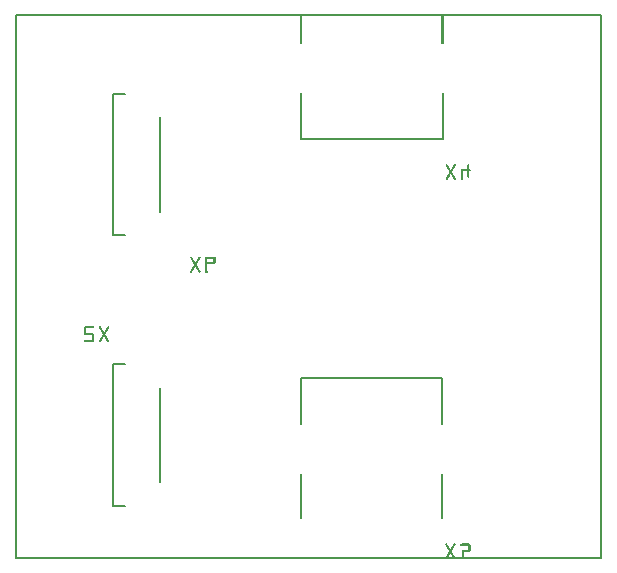
<source format=gbo>
G04 MADE WITH FRITZING*
G04 WWW.FRITZING.ORG*
G04 DOUBLE SIDED*
G04 HOLES PLATED*
G04 CONTOUR ON CENTER OF CONTOUR VECTOR*
%ASAXBY*%
%FSLAX23Y23*%
%MOIN*%
%OFA0B0*%
%SFA1.0B1.0*%
%ADD10R,1.958040X1.817050X1.942040X1.801050*%
%ADD11C,0.008000*%
%ADD12R,0.001000X0.001000*%
%LNSILK0*%
G90*
G70*
G54D11*
X4Y1813D02*
X1954Y1813D01*
X1954Y4D01*
X4Y4D01*
X4Y1813D01*
D02*
X1427Y1553D02*
X1427Y1400D01*
D02*
X1427Y1400D02*
X955Y1400D01*
D02*
X955Y1400D02*
X955Y1553D01*
D02*
X1426Y135D02*
X1426Y284D01*
D02*
X953Y135D02*
X953Y284D01*
D02*
X953Y450D02*
X953Y603D01*
D02*
X953Y603D02*
X1426Y603D01*
D02*
X1426Y603D02*
X1426Y450D01*
D02*
X328Y177D02*
X328Y650D01*
D02*
X328Y177D02*
X367Y177D01*
D02*
X328Y650D02*
X367Y650D01*
D02*
X485Y571D02*
X485Y256D01*
D02*
X328Y1079D02*
X328Y1551D01*
D02*
X328Y1079D02*
X367Y1079D01*
D02*
X328Y1551D02*
X367Y1551D01*
D02*
X485Y1472D02*
X485Y1157D01*
G54D12*
X951Y1817D02*
X958Y1817D01*
X1423Y1817D02*
X1430Y1817D01*
X951Y1816D02*
X958Y1816D01*
X1423Y1816D02*
X1430Y1816D01*
X951Y1815D02*
X958Y1815D01*
X1423Y1815D02*
X1430Y1815D01*
X951Y1814D02*
X958Y1814D01*
X1423Y1814D02*
X1430Y1814D01*
X951Y1813D02*
X958Y1813D01*
X1423Y1813D02*
X1430Y1813D01*
X951Y1812D02*
X958Y1812D01*
X1423Y1812D02*
X1430Y1812D01*
X951Y1811D02*
X958Y1811D01*
X1423Y1811D02*
X1430Y1811D01*
X951Y1810D02*
X958Y1810D01*
X1423Y1810D02*
X1430Y1810D01*
X951Y1809D02*
X958Y1809D01*
X1423Y1809D02*
X1430Y1809D01*
X951Y1808D02*
X958Y1808D01*
X1423Y1808D02*
X1430Y1808D01*
X951Y1807D02*
X958Y1807D01*
X1423Y1807D02*
X1430Y1807D01*
X951Y1806D02*
X958Y1806D01*
X1423Y1806D02*
X1430Y1806D01*
X951Y1805D02*
X958Y1805D01*
X1423Y1805D02*
X1430Y1805D01*
X951Y1804D02*
X958Y1804D01*
X1423Y1804D02*
X1430Y1804D01*
X951Y1803D02*
X958Y1803D01*
X1423Y1803D02*
X1430Y1803D01*
X951Y1802D02*
X958Y1802D01*
X1423Y1802D02*
X1430Y1802D01*
X951Y1801D02*
X958Y1801D01*
X1423Y1801D02*
X1430Y1801D01*
X951Y1800D02*
X958Y1800D01*
X1423Y1800D02*
X1430Y1800D01*
X951Y1799D02*
X958Y1799D01*
X1423Y1799D02*
X1430Y1799D01*
X951Y1798D02*
X958Y1798D01*
X1423Y1798D02*
X1430Y1798D01*
X951Y1797D02*
X958Y1797D01*
X1423Y1797D02*
X1430Y1797D01*
X951Y1796D02*
X958Y1796D01*
X1423Y1796D02*
X1430Y1796D01*
X951Y1795D02*
X958Y1795D01*
X1423Y1795D02*
X1430Y1795D01*
X951Y1794D02*
X958Y1794D01*
X1423Y1794D02*
X1430Y1794D01*
X951Y1793D02*
X958Y1793D01*
X1423Y1793D02*
X1430Y1793D01*
X951Y1792D02*
X958Y1792D01*
X1423Y1792D02*
X1430Y1792D01*
X951Y1791D02*
X958Y1791D01*
X1423Y1791D02*
X1430Y1791D01*
X951Y1790D02*
X958Y1790D01*
X1423Y1790D02*
X1430Y1790D01*
X951Y1789D02*
X958Y1789D01*
X1423Y1789D02*
X1430Y1789D01*
X951Y1788D02*
X958Y1788D01*
X1423Y1788D02*
X1430Y1788D01*
X951Y1787D02*
X958Y1787D01*
X1423Y1787D02*
X1430Y1787D01*
X951Y1786D02*
X958Y1786D01*
X1423Y1786D02*
X1430Y1786D01*
X951Y1785D02*
X958Y1785D01*
X1423Y1785D02*
X1430Y1785D01*
X951Y1784D02*
X958Y1784D01*
X1423Y1784D02*
X1430Y1784D01*
X951Y1783D02*
X958Y1783D01*
X1423Y1783D02*
X1430Y1783D01*
X951Y1782D02*
X958Y1782D01*
X1423Y1782D02*
X1430Y1782D01*
X951Y1781D02*
X958Y1781D01*
X1423Y1781D02*
X1430Y1781D01*
X951Y1780D02*
X958Y1780D01*
X1423Y1780D02*
X1430Y1780D01*
X951Y1779D02*
X958Y1779D01*
X1423Y1779D02*
X1430Y1779D01*
X951Y1778D02*
X958Y1778D01*
X1423Y1778D02*
X1430Y1778D01*
X951Y1777D02*
X958Y1777D01*
X1423Y1777D02*
X1430Y1777D01*
X951Y1776D02*
X958Y1776D01*
X1423Y1776D02*
X1430Y1776D01*
X951Y1775D02*
X958Y1775D01*
X1423Y1775D02*
X1430Y1775D01*
X951Y1774D02*
X958Y1774D01*
X1423Y1774D02*
X1430Y1774D01*
X951Y1773D02*
X958Y1773D01*
X1423Y1773D02*
X1430Y1773D01*
X951Y1772D02*
X958Y1772D01*
X1423Y1772D02*
X1430Y1772D01*
X951Y1771D02*
X958Y1771D01*
X1423Y1771D02*
X1430Y1771D01*
X951Y1770D02*
X958Y1770D01*
X1423Y1770D02*
X1430Y1770D01*
X951Y1769D02*
X958Y1769D01*
X1423Y1769D02*
X1430Y1769D01*
X951Y1768D02*
X958Y1768D01*
X1423Y1768D02*
X1430Y1768D01*
X951Y1767D02*
X958Y1767D01*
X1423Y1767D02*
X1430Y1767D01*
X951Y1766D02*
X958Y1766D01*
X1423Y1766D02*
X1430Y1766D01*
X951Y1765D02*
X958Y1765D01*
X1423Y1765D02*
X1430Y1765D01*
X951Y1764D02*
X958Y1764D01*
X1423Y1764D02*
X1430Y1764D01*
X951Y1763D02*
X958Y1763D01*
X1423Y1763D02*
X1430Y1763D01*
X951Y1762D02*
X958Y1762D01*
X1423Y1762D02*
X1430Y1762D01*
X951Y1761D02*
X958Y1761D01*
X1423Y1761D02*
X1430Y1761D01*
X951Y1760D02*
X958Y1760D01*
X1423Y1760D02*
X1430Y1760D01*
X951Y1759D02*
X958Y1759D01*
X1423Y1759D02*
X1430Y1759D01*
X951Y1758D02*
X958Y1758D01*
X1423Y1758D02*
X1430Y1758D01*
X951Y1757D02*
X958Y1757D01*
X1423Y1757D02*
X1430Y1757D01*
X951Y1756D02*
X958Y1756D01*
X1423Y1756D02*
X1430Y1756D01*
X951Y1755D02*
X958Y1755D01*
X1423Y1755D02*
X1430Y1755D01*
X951Y1754D02*
X958Y1754D01*
X1423Y1754D02*
X1430Y1754D01*
X951Y1753D02*
X958Y1753D01*
X1423Y1753D02*
X1430Y1753D01*
X951Y1752D02*
X958Y1752D01*
X1423Y1752D02*
X1430Y1752D01*
X951Y1751D02*
X958Y1751D01*
X1423Y1751D02*
X1430Y1751D01*
X951Y1750D02*
X958Y1750D01*
X1423Y1750D02*
X1430Y1750D01*
X951Y1749D02*
X958Y1749D01*
X1423Y1749D02*
X1430Y1749D01*
X951Y1748D02*
X958Y1748D01*
X1423Y1748D02*
X1430Y1748D01*
X951Y1747D02*
X958Y1747D01*
X1423Y1747D02*
X1430Y1747D01*
X951Y1746D02*
X958Y1746D01*
X1423Y1746D02*
X1430Y1746D01*
X951Y1745D02*
X958Y1745D01*
X1423Y1745D02*
X1430Y1745D01*
X951Y1744D02*
X958Y1744D01*
X1423Y1744D02*
X1430Y1744D01*
X951Y1743D02*
X958Y1743D01*
X1423Y1743D02*
X1430Y1743D01*
X951Y1742D02*
X958Y1742D01*
X1423Y1742D02*
X1430Y1742D01*
X951Y1741D02*
X958Y1741D01*
X1423Y1741D02*
X1430Y1741D01*
X951Y1740D02*
X958Y1740D01*
X1423Y1740D02*
X1430Y1740D01*
X951Y1739D02*
X958Y1739D01*
X1423Y1739D02*
X1430Y1739D01*
X951Y1738D02*
X958Y1738D01*
X1423Y1738D02*
X1430Y1738D01*
X951Y1737D02*
X958Y1737D01*
X1423Y1737D02*
X1430Y1737D01*
X951Y1736D02*
X958Y1736D01*
X1423Y1736D02*
X1430Y1736D01*
X951Y1735D02*
X958Y1735D01*
X1423Y1735D02*
X1430Y1735D01*
X951Y1734D02*
X958Y1734D01*
X1423Y1734D02*
X1430Y1734D01*
X951Y1733D02*
X958Y1733D01*
X1423Y1733D02*
X1430Y1733D01*
X951Y1732D02*
X958Y1732D01*
X1423Y1732D02*
X1430Y1732D01*
X951Y1731D02*
X958Y1731D01*
X1423Y1731D02*
X1430Y1731D01*
X951Y1730D02*
X958Y1730D01*
X1423Y1730D02*
X1430Y1730D01*
X951Y1729D02*
X958Y1729D01*
X1423Y1729D02*
X1430Y1729D01*
X951Y1728D02*
X958Y1728D01*
X1423Y1728D02*
X1430Y1728D01*
X951Y1727D02*
X958Y1727D01*
X1423Y1727D02*
X1430Y1727D01*
X951Y1726D02*
X958Y1726D01*
X1423Y1726D02*
X1430Y1726D01*
X951Y1725D02*
X958Y1725D01*
X1423Y1725D02*
X1430Y1725D01*
X951Y1724D02*
X958Y1724D01*
X1423Y1724D02*
X1430Y1724D01*
X951Y1723D02*
X958Y1723D01*
X1423Y1723D02*
X1430Y1723D01*
X951Y1722D02*
X958Y1722D01*
X1423Y1722D02*
X1430Y1722D01*
X951Y1721D02*
X958Y1721D01*
X1423Y1721D02*
X1430Y1721D01*
X951Y1720D02*
X958Y1720D01*
X1423Y1720D02*
X1430Y1720D01*
X951Y1719D02*
X958Y1719D01*
X1423Y1719D02*
X1430Y1719D01*
X951Y1718D02*
X958Y1718D01*
X1423Y1718D02*
X1430Y1718D01*
X951Y1717D02*
X957Y1717D01*
X1424Y1717D02*
X1430Y1717D01*
X952Y1716D02*
X956Y1716D01*
X1424Y1716D02*
X1429Y1716D01*
X954Y1715D02*
X954Y1715D01*
X1427Y1715D02*
X1427Y1715D01*
X1439Y1316D02*
X1441Y1316D01*
X1466Y1316D02*
X1469Y1316D01*
X1511Y1316D02*
X1514Y1316D01*
X1438Y1315D02*
X1442Y1315D01*
X1465Y1315D02*
X1470Y1315D01*
X1510Y1315D02*
X1515Y1315D01*
X1437Y1314D02*
X1443Y1314D01*
X1465Y1314D02*
X1470Y1314D01*
X1510Y1314D02*
X1515Y1314D01*
X1437Y1313D02*
X1444Y1313D01*
X1464Y1313D02*
X1471Y1313D01*
X1509Y1313D02*
X1515Y1313D01*
X1437Y1312D02*
X1444Y1312D01*
X1463Y1312D02*
X1470Y1312D01*
X1509Y1312D02*
X1515Y1312D01*
X1438Y1311D02*
X1445Y1311D01*
X1463Y1311D02*
X1470Y1311D01*
X1509Y1311D02*
X1515Y1311D01*
X1438Y1310D02*
X1445Y1310D01*
X1462Y1310D02*
X1469Y1310D01*
X1509Y1310D02*
X1515Y1310D01*
X1439Y1309D02*
X1446Y1309D01*
X1462Y1309D02*
X1469Y1309D01*
X1509Y1309D02*
X1515Y1309D01*
X1439Y1308D02*
X1447Y1308D01*
X1461Y1308D02*
X1468Y1308D01*
X1509Y1308D02*
X1515Y1308D01*
X1440Y1307D02*
X1447Y1307D01*
X1460Y1307D02*
X1468Y1307D01*
X1509Y1307D02*
X1515Y1307D01*
X1441Y1306D02*
X1448Y1306D01*
X1460Y1306D02*
X1467Y1306D01*
X1509Y1306D02*
X1515Y1306D01*
X1441Y1305D02*
X1448Y1305D01*
X1459Y1305D02*
X1466Y1305D01*
X1509Y1305D02*
X1515Y1305D01*
X1442Y1304D02*
X1449Y1304D01*
X1459Y1304D02*
X1466Y1304D01*
X1509Y1304D02*
X1515Y1304D01*
X1442Y1303D02*
X1450Y1303D01*
X1458Y1303D02*
X1465Y1303D01*
X1509Y1303D02*
X1515Y1303D01*
X1443Y1302D02*
X1450Y1302D01*
X1458Y1302D02*
X1465Y1302D01*
X1509Y1302D02*
X1515Y1302D01*
X1443Y1301D02*
X1451Y1301D01*
X1457Y1301D02*
X1464Y1301D01*
X1509Y1301D02*
X1515Y1301D01*
X1444Y1300D02*
X1451Y1300D01*
X1456Y1300D02*
X1464Y1300D01*
X1509Y1300D02*
X1515Y1300D01*
X1445Y1299D02*
X1452Y1299D01*
X1456Y1299D02*
X1463Y1299D01*
X1509Y1299D02*
X1516Y1299D01*
X1445Y1298D02*
X1452Y1298D01*
X1455Y1298D02*
X1462Y1298D01*
X1489Y1298D02*
X1518Y1298D01*
X1446Y1297D02*
X1453Y1297D01*
X1455Y1297D02*
X1462Y1297D01*
X1489Y1297D02*
X1518Y1297D01*
X1446Y1296D02*
X1461Y1296D01*
X1489Y1296D02*
X1519Y1296D01*
X1447Y1295D02*
X1461Y1295D01*
X1489Y1295D02*
X1519Y1295D01*
X1448Y1294D02*
X1460Y1294D01*
X1489Y1294D02*
X1519Y1294D01*
X1448Y1293D02*
X1459Y1293D01*
X1489Y1293D02*
X1518Y1293D01*
X1449Y1292D02*
X1459Y1292D01*
X1489Y1292D02*
X1516Y1292D01*
X1449Y1291D02*
X1458Y1291D01*
X1489Y1291D02*
X1495Y1291D01*
X1509Y1291D02*
X1515Y1291D01*
X1450Y1290D02*
X1458Y1290D01*
X1489Y1290D02*
X1495Y1290D01*
X1509Y1290D02*
X1515Y1290D01*
X1450Y1289D02*
X1458Y1289D01*
X1489Y1289D02*
X1495Y1289D01*
X1509Y1289D02*
X1515Y1289D01*
X1449Y1288D02*
X1458Y1288D01*
X1489Y1288D02*
X1495Y1288D01*
X1509Y1288D02*
X1515Y1288D01*
X1449Y1287D02*
X1459Y1287D01*
X1489Y1287D02*
X1495Y1287D01*
X1509Y1287D02*
X1515Y1287D01*
X1448Y1286D02*
X1459Y1286D01*
X1489Y1286D02*
X1495Y1286D01*
X1509Y1286D02*
X1515Y1286D01*
X1448Y1285D02*
X1460Y1285D01*
X1489Y1285D02*
X1495Y1285D01*
X1509Y1285D02*
X1515Y1285D01*
X1447Y1284D02*
X1461Y1284D01*
X1489Y1284D02*
X1495Y1284D01*
X1509Y1284D02*
X1515Y1284D01*
X1446Y1283D02*
X1461Y1283D01*
X1489Y1283D02*
X1495Y1283D01*
X1509Y1283D02*
X1515Y1283D01*
X1446Y1282D02*
X1462Y1282D01*
X1489Y1282D02*
X1495Y1282D01*
X1509Y1282D02*
X1515Y1282D01*
X1445Y1281D02*
X1452Y1281D01*
X1455Y1281D02*
X1462Y1281D01*
X1489Y1281D02*
X1495Y1281D01*
X1509Y1281D02*
X1515Y1281D01*
X1445Y1280D02*
X1452Y1280D01*
X1456Y1280D02*
X1463Y1280D01*
X1489Y1280D02*
X1495Y1280D01*
X1509Y1280D02*
X1515Y1280D01*
X1444Y1279D02*
X1451Y1279D01*
X1456Y1279D02*
X1463Y1279D01*
X1489Y1279D02*
X1495Y1279D01*
X1509Y1279D02*
X1515Y1279D01*
X1443Y1278D02*
X1451Y1278D01*
X1457Y1278D02*
X1464Y1278D01*
X1489Y1278D02*
X1495Y1278D01*
X1509Y1278D02*
X1515Y1278D01*
X1443Y1277D02*
X1450Y1277D01*
X1458Y1277D02*
X1465Y1277D01*
X1489Y1277D02*
X1495Y1277D01*
X1509Y1277D02*
X1515Y1277D01*
X1442Y1276D02*
X1450Y1276D01*
X1458Y1276D02*
X1465Y1276D01*
X1489Y1276D02*
X1495Y1276D01*
X1509Y1276D02*
X1515Y1276D01*
X1442Y1275D02*
X1449Y1275D01*
X1459Y1275D02*
X1466Y1275D01*
X1489Y1275D02*
X1495Y1275D01*
X1509Y1275D02*
X1515Y1275D01*
X1441Y1274D02*
X1448Y1274D01*
X1459Y1274D02*
X1466Y1274D01*
X1489Y1274D02*
X1495Y1274D01*
X1509Y1274D02*
X1515Y1274D01*
X1441Y1273D02*
X1448Y1273D01*
X1460Y1273D02*
X1467Y1273D01*
X1489Y1273D02*
X1495Y1273D01*
X1509Y1273D02*
X1515Y1273D01*
X1440Y1272D02*
X1447Y1272D01*
X1460Y1272D02*
X1468Y1272D01*
X1489Y1272D02*
X1495Y1272D01*
X1509Y1272D02*
X1515Y1272D01*
X1439Y1271D02*
X1447Y1271D01*
X1461Y1271D02*
X1468Y1271D01*
X1489Y1271D02*
X1495Y1271D01*
X1510Y1271D02*
X1515Y1271D01*
X1439Y1270D02*
X1446Y1270D01*
X1462Y1270D02*
X1469Y1270D01*
X1489Y1270D02*
X1495Y1270D01*
X1510Y1270D02*
X1515Y1270D01*
X1438Y1269D02*
X1445Y1269D01*
X1462Y1269D02*
X1469Y1269D01*
X1489Y1269D02*
X1495Y1269D01*
X1511Y1269D02*
X1514Y1269D01*
X1438Y1268D02*
X1445Y1268D01*
X1463Y1268D02*
X1470Y1268D01*
X1489Y1268D02*
X1495Y1268D01*
X1437Y1267D02*
X1444Y1267D01*
X1463Y1267D02*
X1470Y1267D01*
X1489Y1267D02*
X1495Y1267D01*
X1437Y1266D02*
X1444Y1266D01*
X1464Y1266D02*
X1471Y1266D01*
X1489Y1266D02*
X1495Y1266D01*
X1437Y1265D02*
X1443Y1265D01*
X1465Y1265D02*
X1470Y1265D01*
X1489Y1265D02*
X1495Y1265D01*
X1438Y1264D02*
X1442Y1264D01*
X1465Y1264D02*
X1470Y1264D01*
X1489Y1264D02*
X1494Y1264D01*
X1439Y1263D02*
X1441Y1263D01*
X1466Y1263D02*
X1469Y1263D01*
X1490Y1263D02*
X1493Y1263D01*
X586Y1007D02*
X590Y1007D01*
X614Y1007D02*
X617Y1007D01*
X636Y1007D02*
X667Y1007D01*
X586Y1006D02*
X591Y1006D01*
X613Y1006D02*
X618Y1006D01*
X636Y1006D02*
X668Y1006D01*
X585Y1005D02*
X591Y1005D01*
X612Y1005D02*
X619Y1005D01*
X635Y1005D02*
X669Y1005D01*
X585Y1004D02*
X592Y1004D01*
X612Y1004D02*
X619Y1004D01*
X635Y1004D02*
X669Y1004D01*
X585Y1003D02*
X593Y1003D01*
X611Y1003D02*
X618Y1003D01*
X635Y1003D02*
X669Y1003D01*
X586Y1002D02*
X593Y1002D01*
X611Y1002D02*
X618Y1002D01*
X635Y1002D02*
X669Y1002D01*
X587Y1001D02*
X594Y1001D01*
X610Y1001D02*
X617Y1001D01*
X635Y1001D02*
X669Y1001D01*
X587Y1000D02*
X594Y1000D01*
X610Y1000D02*
X617Y1000D01*
X635Y1000D02*
X641Y1000D01*
X663Y1000D02*
X669Y1000D01*
X588Y999D02*
X595Y999D01*
X609Y999D02*
X616Y999D01*
X635Y999D02*
X641Y999D01*
X663Y999D02*
X669Y999D01*
X588Y998D02*
X595Y998D01*
X608Y998D02*
X616Y998D01*
X635Y998D02*
X641Y998D01*
X663Y998D02*
X669Y998D01*
X589Y997D02*
X596Y997D01*
X608Y997D02*
X615Y997D01*
X635Y997D02*
X641Y997D01*
X663Y997D02*
X669Y997D01*
X589Y996D02*
X597Y996D01*
X607Y996D02*
X614Y996D01*
X635Y996D02*
X641Y996D01*
X663Y996D02*
X669Y996D01*
X590Y995D02*
X597Y995D01*
X607Y995D02*
X614Y995D01*
X635Y995D02*
X641Y995D01*
X663Y995D02*
X669Y995D01*
X591Y994D02*
X598Y994D01*
X606Y994D02*
X613Y994D01*
X635Y994D02*
X641Y994D01*
X663Y994D02*
X669Y994D01*
X591Y993D02*
X598Y993D01*
X605Y993D02*
X613Y993D01*
X635Y993D02*
X641Y993D01*
X663Y993D02*
X669Y993D01*
X592Y992D02*
X599Y992D01*
X605Y992D02*
X612Y992D01*
X635Y992D02*
X641Y992D01*
X663Y992D02*
X669Y992D01*
X592Y991D02*
X600Y991D01*
X604Y991D02*
X611Y991D01*
X635Y991D02*
X641Y991D01*
X663Y991D02*
X669Y991D01*
X593Y990D02*
X600Y990D01*
X604Y990D02*
X611Y990D01*
X635Y990D02*
X669Y990D01*
X594Y989D02*
X601Y989D01*
X603Y989D02*
X610Y989D01*
X635Y989D02*
X669Y989D01*
X594Y988D02*
X610Y988D01*
X635Y988D02*
X669Y988D01*
X595Y987D02*
X609Y987D01*
X635Y987D02*
X669Y987D01*
X595Y986D02*
X609Y986D01*
X635Y986D02*
X669Y986D01*
X596Y985D02*
X608Y985D01*
X635Y985D02*
X668Y985D01*
X596Y984D02*
X607Y984D01*
X635Y984D02*
X667Y984D01*
X597Y983D02*
X607Y983D01*
X635Y983D02*
X641Y983D01*
X598Y982D02*
X606Y982D01*
X635Y982D02*
X641Y982D01*
X598Y981D02*
X606Y981D01*
X635Y981D02*
X641Y981D01*
X598Y980D02*
X606Y980D01*
X635Y980D02*
X641Y980D01*
X597Y979D02*
X607Y979D01*
X635Y979D02*
X641Y979D01*
X597Y978D02*
X607Y978D01*
X635Y978D02*
X641Y978D01*
X596Y977D02*
X608Y977D01*
X635Y977D02*
X641Y977D01*
X596Y976D02*
X608Y976D01*
X635Y976D02*
X641Y976D01*
X595Y975D02*
X609Y975D01*
X635Y975D02*
X641Y975D01*
X594Y974D02*
X609Y974D01*
X635Y974D02*
X641Y974D01*
X594Y973D02*
X601Y973D01*
X603Y973D02*
X610Y973D01*
X635Y973D02*
X641Y973D01*
X593Y972D02*
X600Y972D01*
X603Y972D02*
X611Y972D01*
X635Y972D02*
X641Y972D01*
X593Y971D02*
X600Y971D01*
X604Y971D02*
X611Y971D01*
X635Y971D02*
X641Y971D01*
X592Y970D02*
X599Y970D01*
X605Y970D02*
X612Y970D01*
X635Y970D02*
X641Y970D01*
X591Y969D02*
X599Y969D01*
X605Y969D02*
X612Y969D01*
X635Y969D02*
X641Y969D01*
X591Y968D02*
X598Y968D01*
X606Y968D02*
X613Y968D01*
X635Y968D02*
X641Y968D01*
X590Y967D02*
X597Y967D01*
X606Y967D02*
X614Y967D01*
X635Y967D02*
X641Y967D01*
X590Y966D02*
X597Y966D01*
X607Y966D02*
X614Y966D01*
X635Y966D02*
X641Y966D01*
X589Y965D02*
X596Y965D01*
X608Y965D02*
X615Y965D01*
X635Y965D02*
X641Y965D01*
X588Y964D02*
X596Y964D01*
X608Y964D02*
X615Y964D01*
X635Y964D02*
X641Y964D01*
X588Y963D02*
X595Y963D01*
X609Y963D02*
X616Y963D01*
X635Y963D02*
X641Y963D01*
X587Y962D02*
X594Y962D01*
X609Y962D02*
X617Y962D01*
X635Y962D02*
X641Y962D01*
X587Y961D02*
X594Y961D01*
X610Y961D02*
X617Y961D01*
X635Y961D02*
X641Y961D01*
X586Y960D02*
X593Y960D01*
X611Y960D02*
X618Y960D01*
X635Y960D02*
X643Y960D01*
X586Y959D02*
X593Y959D01*
X611Y959D02*
X618Y959D01*
X635Y959D02*
X644Y959D01*
X585Y958D02*
X592Y958D01*
X612Y958D02*
X619Y958D01*
X635Y958D02*
X644Y958D01*
X585Y957D02*
X592Y957D01*
X612Y957D02*
X619Y957D01*
X635Y957D02*
X645Y957D01*
X585Y956D02*
X591Y956D01*
X613Y956D02*
X618Y956D01*
X635Y956D02*
X644Y956D01*
X586Y955D02*
X590Y955D01*
X614Y955D02*
X618Y955D01*
X636Y955D02*
X644Y955D01*
X587Y954D02*
X589Y954D01*
X615Y954D02*
X616Y954D01*
X637Y954D02*
X642Y954D01*
X235Y775D02*
X263Y775D01*
X283Y775D02*
X286Y775D01*
X310Y775D02*
X313Y775D01*
X234Y774D02*
X264Y774D01*
X282Y774D02*
X287Y774D01*
X309Y774D02*
X314Y774D01*
X233Y773D02*
X265Y773D01*
X281Y773D02*
X287Y773D01*
X309Y773D02*
X315Y773D01*
X232Y772D02*
X265Y772D01*
X281Y772D02*
X288Y772D01*
X308Y772D02*
X315Y772D01*
X232Y771D02*
X264Y771D01*
X281Y771D02*
X288Y771D01*
X307Y771D02*
X314Y771D01*
X231Y770D02*
X264Y770D01*
X282Y770D02*
X289Y770D01*
X307Y770D02*
X314Y770D01*
X231Y769D02*
X263Y769D01*
X282Y769D02*
X290Y769D01*
X306Y769D02*
X313Y769D01*
X231Y768D02*
X237Y768D01*
X283Y768D02*
X290Y768D01*
X306Y768D02*
X313Y768D01*
X231Y767D02*
X237Y767D01*
X284Y767D02*
X291Y767D01*
X305Y767D02*
X312Y767D01*
X231Y766D02*
X237Y766D01*
X284Y766D02*
X291Y766D01*
X305Y766D02*
X312Y766D01*
X231Y765D02*
X237Y765D01*
X285Y765D02*
X292Y765D01*
X304Y765D02*
X311Y765D01*
X231Y764D02*
X237Y764D01*
X285Y764D02*
X293Y764D01*
X303Y764D02*
X311Y764D01*
X231Y763D02*
X237Y763D01*
X286Y763D02*
X293Y763D01*
X303Y763D02*
X310Y763D01*
X231Y762D02*
X237Y762D01*
X287Y762D02*
X294Y762D01*
X302Y762D02*
X309Y762D01*
X231Y761D02*
X237Y761D01*
X287Y761D02*
X294Y761D01*
X302Y761D02*
X309Y761D01*
X231Y760D02*
X237Y760D01*
X288Y760D02*
X295Y760D01*
X301Y760D02*
X308Y760D01*
X231Y759D02*
X237Y759D01*
X288Y759D02*
X295Y759D01*
X300Y759D02*
X308Y759D01*
X231Y758D02*
X237Y758D01*
X289Y758D02*
X296Y758D01*
X300Y758D02*
X307Y758D01*
X231Y757D02*
X237Y757D01*
X289Y757D02*
X297Y757D01*
X299Y757D02*
X306Y757D01*
X231Y756D02*
X237Y756D01*
X290Y756D02*
X306Y756D01*
X231Y755D02*
X237Y755D01*
X291Y755D02*
X305Y755D01*
X231Y754D02*
X237Y754D01*
X291Y754D02*
X305Y754D01*
X231Y753D02*
X237Y753D01*
X292Y753D02*
X304Y753D01*
X231Y752D02*
X258Y752D01*
X292Y752D02*
X304Y752D01*
X231Y751D02*
X261Y751D01*
X293Y751D02*
X303Y751D01*
X231Y750D02*
X263Y750D01*
X294Y750D02*
X302Y750D01*
X232Y749D02*
X263Y749D01*
X294Y749D02*
X302Y749D01*
X233Y748D02*
X264Y748D01*
X294Y748D02*
X302Y748D01*
X233Y747D02*
X264Y747D01*
X293Y747D02*
X302Y747D01*
X235Y746D02*
X265Y746D01*
X293Y746D02*
X303Y746D01*
X258Y745D02*
X265Y745D01*
X292Y745D02*
X304Y745D01*
X259Y744D02*
X265Y744D01*
X292Y744D02*
X304Y744D01*
X259Y743D02*
X265Y743D01*
X291Y743D02*
X305Y743D01*
X259Y742D02*
X265Y742D01*
X291Y742D02*
X305Y742D01*
X259Y741D02*
X265Y741D01*
X290Y741D02*
X297Y741D01*
X299Y741D02*
X306Y741D01*
X259Y740D02*
X265Y740D01*
X289Y740D02*
X297Y740D01*
X299Y740D02*
X307Y740D01*
X259Y739D02*
X265Y739D01*
X289Y739D02*
X296Y739D01*
X300Y739D02*
X307Y739D01*
X259Y738D02*
X265Y738D01*
X288Y738D02*
X295Y738D01*
X301Y738D02*
X308Y738D01*
X259Y737D02*
X265Y737D01*
X288Y737D02*
X295Y737D01*
X301Y737D02*
X308Y737D01*
X259Y736D02*
X265Y736D01*
X287Y736D02*
X294Y736D01*
X302Y736D02*
X309Y736D01*
X259Y735D02*
X265Y735D01*
X286Y735D02*
X294Y735D01*
X302Y735D02*
X309Y735D01*
X259Y734D02*
X265Y734D01*
X286Y734D02*
X293Y734D01*
X303Y734D02*
X310Y734D01*
X259Y733D02*
X265Y733D01*
X285Y733D02*
X292Y733D01*
X303Y733D02*
X311Y733D01*
X259Y732D02*
X265Y732D01*
X285Y732D02*
X292Y732D01*
X304Y732D02*
X311Y732D01*
X259Y731D02*
X265Y731D01*
X284Y731D02*
X291Y731D01*
X305Y731D02*
X312Y731D01*
X259Y730D02*
X265Y730D01*
X284Y730D02*
X291Y730D01*
X305Y730D02*
X312Y730D01*
X259Y729D02*
X265Y729D01*
X283Y729D02*
X290Y729D01*
X306Y729D02*
X313Y729D01*
X233Y728D02*
X265Y728D01*
X282Y728D02*
X290Y728D01*
X306Y728D02*
X314Y728D01*
X232Y727D02*
X265Y727D01*
X282Y727D02*
X289Y727D01*
X307Y727D02*
X314Y727D01*
X231Y726D02*
X265Y726D01*
X281Y726D02*
X288Y726D01*
X308Y726D02*
X314Y726D01*
X231Y725D02*
X265Y725D01*
X281Y725D02*
X288Y725D01*
X308Y725D02*
X315Y725D01*
X231Y724D02*
X265Y724D01*
X281Y724D02*
X287Y724D01*
X309Y724D02*
X315Y724D01*
X232Y723D02*
X265Y723D01*
X282Y723D02*
X287Y723D01*
X309Y723D02*
X314Y723D01*
X233Y722D02*
X265Y722D01*
X283Y722D02*
X285Y722D01*
X310Y722D02*
X313Y722D01*
X1437Y51D02*
X1440Y51D01*
X1464Y51D02*
X1468Y51D01*
X1493Y51D02*
X1515Y51D01*
X1436Y50D02*
X1441Y50D01*
X1463Y50D02*
X1469Y50D01*
X1490Y50D02*
X1517Y50D01*
X1436Y49D02*
X1442Y49D01*
X1463Y49D02*
X1469Y49D01*
X1488Y49D02*
X1518Y49D01*
X1436Y48D02*
X1442Y48D01*
X1462Y48D02*
X1469Y48D01*
X1486Y48D02*
X1518Y48D01*
X1436Y47D02*
X1443Y47D01*
X1462Y47D02*
X1469Y47D01*
X1486Y47D02*
X1519Y47D01*
X1436Y46D02*
X1443Y46D01*
X1461Y46D02*
X1468Y46D01*
X1486Y46D02*
X1519Y46D01*
X1437Y45D02*
X1444Y45D01*
X1460Y45D02*
X1468Y45D01*
X1486Y45D02*
X1519Y45D01*
X1437Y44D02*
X1445Y44D01*
X1460Y44D02*
X1467Y44D01*
X1486Y44D02*
X1493Y44D01*
X1513Y44D02*
X1519Y44D01*
X1438Y43D02*
X1445Y43D01*
X1459Y43D02*
X1466Y43D01*
X1487Y43D02*
X1491Y43D01*
X1513Y43D02*
X1519Y43D01*
X1439Y42D02*
X1446Y42D01*
X1459Y42D02*
X1466Y42D01*
X1513Y42D02*
X1519Y42D01*
X1439Y41D02*
X1446Y41D01*
X1458Y41D02*
X1465Y41D01*
X1513Y41D02*
X1519Y41D01*
X1440Y40D02*
X1447Y40D01*
X1457Y40D02*
X1465Y40D01*
X1513Y40D02*
X1519Y40D01*
X1440Y39D02*
X1448Y39D01*
X1457Y39D02*
X1464Y39D01*
X1513Y39D02*
X1519Y39D01*
X1441Y38D02*
X1448Y38D01*
X1456Y38D02*
X1463Y38D01*
X1513Y38D02*
X1519Y38D01*
X1442Y37D02*
X1449Y37D01*
X1456Y37D02*
X1463Y37D01*
X1513Y37D02*
X1519Y37D01*
X1442Y36D02*
X1449Y36D01*
X1455Y36D02*
X1462Y36D01*
X1513Y36D02*
X1519Y36D01*
X1443Y35D02*
X1450Y35D01*
X1455Y35D02*
X1462Y35D01*
X1513Y35D02*
X1519Y35D01*
X1443Y34D02*
X1450Y34D01*
X1454Y34D02*
X1461Y34D01*
X1513Y34D02*
X1519Y34D01*
X1444Y33D02*
X1451Y33D01*
X1453Y33D02*
X1461Y33D01*
X1513Y33D02*
X1519Y33D01*
X1444Y32D02*
X1460Y32D01*
X1513Y32D02*
X1519Y32D01*
X1445Y31D02*
X1459Y31D01*
X1513Y31D02*
X1519Y31D01*
X1446Y30D02*
X1459Y30D01*
X1513Y30D02*
X1519Y30D01*
X1446Y29D02*
X1458Y29D01*
X1513Y29D02*
X1519Y29D01*
X1447Y28D02*
X1458Y28D01*
X1492Y28D02*
X1519Y28D01*
X1447Y27D02*
X1457Y27D01*
X1492Y27D02*
X1519Y27D01*
X1448Y26D02*
X1456Y26D01*
X1492Y26D02*
X1519Y26D01*
X1448Y25D02*
X1456Y25D01*
X1492Y25D02*
X1518Y25D01*
X1448Y24D02*
X1456Y24D01*
X1492Y24D02*
X1517Y24D01*
X1448Y23D02*
X1457Y23D01*
X1492Y23D02*
X1516Y23D01*
X1447Y22D02*
X1457Y22D01*
X1492Y22D02*
X1515Y22D01*
X1446Y21D02*
X1458Y21D01*
X1492Y21D02*
X1498Y21D01*
X1446Y20D02*
X1459Y20D01*
X1492Y20D02*
X1498Y20D01*
X1445Y19D02*
X1459Y19D01*
X1492Y19D02*
X1498Y19D01*
X1445Y18D02*
X1460Y18D01*
X1492Y18D02*
X1498Y18D01*
X1444Y17D02*
X1451Y17D01*
X1453Y17D02*
X1460Y17D01*
X1492Y17D02*
X1498Y17D01*
X1443Y16D02*
X1451Y16D01*
X1454Y16D02*
X1461Y16D01*
X1492Y16D02*
X1498Y16D01*
X1443Y15D02*
X1450Y15D01*
X1454Y15D02*
X1462Y15D01*
X1492Y15D02*
X1498Y15D01*
X1442Y14D02*
X1449Y14D01*
X1455Y14D02*
X1462Y14D01*
X1492Y14D02*
X1498Y14D01*
X1442Y13D02*
X1449Y13D01*
X1456Y13D02*
X1463Y13D01*
X1492Y13D02*
X1498Y13D01*
X1441Y12D02*
X1448Y12D01*
X1456Y12D02*
X1463Y12D01*
X1492Y12D02*
X1498Y12D01*
X1441Y11D02*
X1448Y11D01*
X1457Y11D02*
X1464Y11D01*
X1492Y11D02*
X1498Y11D01*
X1440Y10D02*
X1447Y10D01*
X1457Y10D02*
X1464Y10D01*
X1492Y10D02*
X1498Y10D01*
X1439Y9D02*
X1447Y9D01*
X1458Y9D02*
X1465Y9D01*
X1492Y9D02*
X1498Y9D01*
X1439Y8D02*
X1446Y8D01*
X1458Y8D02*
X1466Y8D01*
X1492Y8D02*
X1498Y8D01*
X1438Y7D02*
X1445Y7D01*
X1459Y7D02*
X1466Y7D01*
X1492Y7D02*
X1498Y7D01*
X1438Y6D02*
X1445Y6D01*
X1460Y6D02*
X1467Y6D01*
X1492Y6D02*
X1498Y6D01*
X1437Y5D02*
X1444Y5D01*
X1460Y5D02*
X1467Y5D01*
X1492Y5D02*
X1499Y5D01*
X1436Y4D02*
X1444Y4D01*
X1461Y4D02*
X1468Y4D01*
X1492Y4D02*
X1518Y4D01*
X1436Y3D02*
X1443Y3D01*
X1461Y3D02*
X1469Y3D01*
X1492Y3D02*
X1518Y3D01*
X1436Y2D02*
X1442Y2D01*
X1462Y2D02*
X1469Y2D01*
X1492Y2D02*
X1519Y2D01*
X1436Y1D02*
X1442Y1D01*
X1463Y1D02*
X1469Y1D01*
X1492Y1D02*
X1519Y1D01*
X1436Y0D02*
X1441Y0D01*
X1463Y0D02*
X1469Y0D01*
X1492Y0D02*
X1519Y0D01*
X1436Y-1D02*
X1440Y-1D01*
X1464Y-1D02*
X1468Y-1D01*
X1492Y-1D02*
X1518Y-1D01*
D02*
G04 End of Silk0*
M02*
</source>
